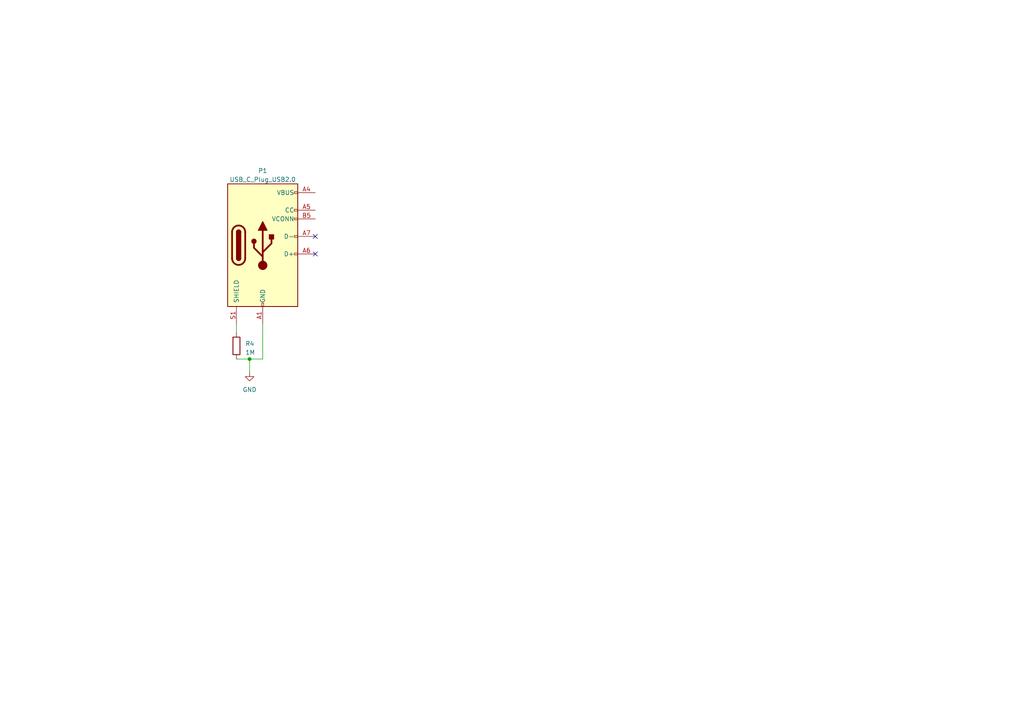
<source format=kicad_sch>
(kicad_sch (version 20230121) (generator eeschema)
  (paper "A4")
  (lib_symbols
    (symbol "Connector:USB_C_Plug_USB2.0" (pin_names (offset 1.016))
      (property "Reference" "P" (at -10.16 19.05 0))
      (property "Value" "USB_C_Plug_USB2.0" (at 12.7 19.05 0))
      (symbol "USB_C_Plug_USB2.0_0_0"
        (rectangle (start -0.254 -17.78) (end 0.254 -16.764))
        (rectangle (start 10.16 -2.286) (end 9.144 -2.794))
        (rectangle (start 10.16 2.794) (end 9.144 2.286))
        (rectangle (start 10.16 7.874) (end 9.144 7.366))
        (rectangle (start 10.16 10.414) (end 9.144 9.906))
        (rectangle (start 10.16 15.494) (end 9.144 14.986))
      )
      (symbol "USB_C_Plug_USB2.0_0_1"
        (rectangle (start -10.16 17.78) (end 10.16 -17.78) (stroke (width 0.254)) (fill (type background)))
        (arc (start -8.89 -3.81) (mid -6.985 -5.7067) (end -5.08 -3.81) (stroke (width 0.508)))
        (arc (start -7.62 -3.81) (mid -6.985 -4.4423) (end -6.35 -3.81) (stroke (width 0.254)))
        (arc (start -7.62 -3.81) (mid -6.985 -4.4423) (end -6.35 -3.81) (stroke (width 0.254)) (fill (type outline)))
        (rectangle (start -7.62 -3.81) (end -6.35 3.81) (stroke (width 0.254)) (fill (type outline)))
        (arc (start -6.35 3.81) (mid -6.985 4.4423) (end -7.62 3.81) (stroke (width 0.254)))
        (arc (start -6.35 3.81) (mid -6.985 4.4423) (end -7.62 3.81) (stroke (width 0.254)) (fill (type outline)))
        (arc (start -5.08 3.81) (mid -6.985 5.7067) (end -8.89 3.81) (stroke (width 0.508)))
        (circle (center -2.54 1.143) (radius 0.635) (stroke (width 0.254)) (fill (type outline)))
        (circle (center 0 -5.842) (radius 1.27) (fill (type outline)))
        (polyline (pts (xy -8.89 -3.81) (xy -8.89 3.81)) (stroke (width 0.508)))
        (polyline (pts (xy -5.08 3.81) (xy -5.08 -3.81)) (stroke (width 0.508)))
        (polyline (pts (xy 0 -5.842) (xy 0 4.318)) (stroke (width 0.508)))
        (polyline (pts (xy 0 -3.302) (xy -2.54 -0.762) (xy -2.54 0.508)) (stroke (width 0.508)))
        (polyline (pts (xy 0 -2.032) (xy 2.54 0.508) (xy 2.54 1.778)) (stroke (width 0.508)))
        (polyline (pts (xy -1.27 4.318) (xy 0 6.858) (xy 1.27 4.318) (xy -1.27 4.318)) (stroke (width 0.254)) (fill (type outline)))
        (rectangle (start 1.905 1.778) (end 3.175 3.048) (stroke (width 0.254)) (fill (type outline)))
      )
      (symbol "USB_C_Plug_USB2.0_1_1"
        (pin passive line (at 0 -22.86 90) (length 5.08) (name "GND") (number "A1"))
        (pin passive line (at 0 -22.86 90) (length 5.08) hide (name "GND") (number "A12"))
        (pin passive line (at 15.24 15.24 180) (length 5.08) (name "VBUS") (number "A4"))
        (pin bidirectional line (at 15.24 10.16 180) (length 5.08) (name "CC") (number "A5"))
        (pin bidirectional line (at 15.24 -2.54 180) (length 5.08) (name "D+") (number "A6"))
        (pin bidirectional line (at 15.24 2.54 180) (length 5.08) (name "D-") (number "A7"))
        (pin passive line (at 15.24 15.24 180) (length 5.08) hide (name "VBUS") (number "A9"))
        (pin passive line (at 0 -22.86 90) (length 5.08) hide (name "GND") (number "B1"))
        (pin passive line (at 0 -22.86 90) (length 5.08) hide (name "GND") (number "B12"))
        (pin passive line (at 15.24 15.24 180) (length 5.08) hide (name "VBUS") (number "B4"))
        (pin bidirectional line (at 15.24 7.62 180) (length 5.08) (name "VCONN") (number "B5"))
        (pin passive line (at 15.24 15.24 180) (length 5.08) hide (name "VBUS") (number "B9"))
        (pin passive line (at -7.62 -22.86 90) (length 5.08) (name "SHIELD") (number "S1"))
      )
    )
    (symbol "Device:R" (pin_numbers hide) (pin_names (offset 0))
      (property "Reference" "R" (at 2.032 0 90))
      (property "Value" "R" (at 0 0 90))
      (symbol "R_0_1"
        (rectangle (start -1.016 -2.54) (end 1.016 2.54) (stroke (width 0.254)))
      )
      (symbol "R_1_1"
        (pin passive line (at 0 3.81 270) (length 1.27) (name "~") (number "1"))
        (pin passive line (at 0 -3.81 90) (length 1.27) (name "~") (number "2"))
      )
    )
    (symbol "power:GND" (power) (pin_names (offset 0))
      (property "Value" "GND" (at 0 -3.81 0))
      (symbol "GND_0_1"
        (polyline (pts (xy 0 0) (xy 0 -1.27) (xy 1.27 -1.27) (xy 0 -2.54) (xy -1.27 -1.27) (xy 0 -1.27)))
      )
      (symbol "GND_1_1"
        (pin power_in line (at 0 0 270) (length 0) hide (name "GND") (number "1"))
      )
    )
  )
  (junction (at 72.39 104.14))
  (no_connect (at 91.44 73.66))
  (no_connect (at 91.44 68.58))
  (wire (pts (xy 72.39 104.14) (xy 72.39 107.95)))
  (wire (pts (xy 68.58 93.98) (xy 68.58 96.52)))
  (wire (pts (xy 68.58 104.14) (xy 72.39 104.14)))
  (wire (pts (xy 76.2 104.14) (xy 76.2 93.98)))
  (wire (pts (xy 72.39 104.14) (xy 76.2 104.14)))
  (symbol (lib_id "power:GND") (at 72.39 107.95 0) (unit 1)
    (property "Reference" "#PWR07" (effects hide))
    (property "Value" "GND" (at 72.39 113.03 0))
  )
  (symbol (lib_id "Connector:USB_C_Plug_USB2.0") (at 76.2 71.12 0) (unit 1)
    (property "Reference" "P1" (at 76.2 49.53 0))
    (property "Value" "USB_C_Plug_USB2.0" (at 76.2 52.07 0))
    (property "Datasheet" "https://www.usb.org/sites/default/files/documents/usb_type-c.zip" (effects hide))
  )
  (symbol (lib_id "Device:R") (at 68.58 100.33 0) (unit 1)
    (property "Reference" "R4" (at 71.12 99.695 0) (effects (justify left)))
    (property "Value" "1M" (at 71.12 102.235 0) (effects (justify left)))
  )
)
</source>
